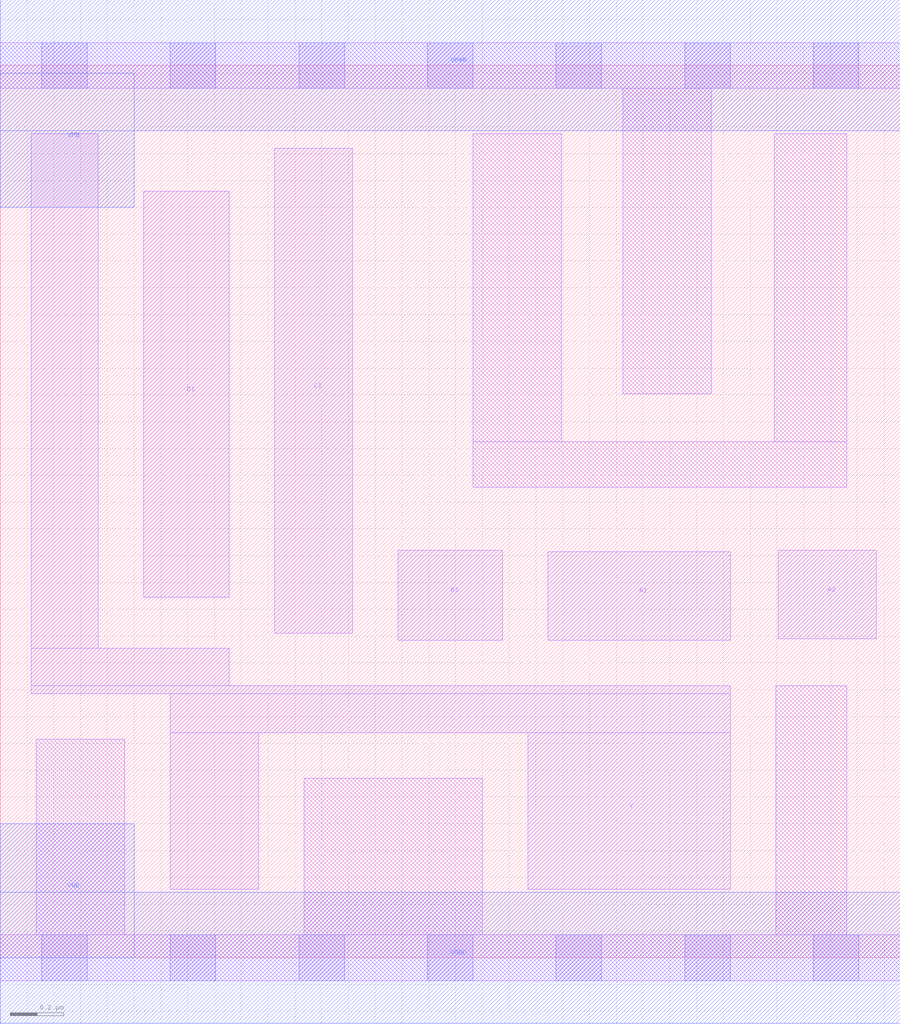
<source format=lef>
# Copyright 2020 The SkyWater PDK Authors
#
# Licensed under the Apache License, Version 2.0 (the "License");
# you may not use this file except in compliance with the License.
# You may obtain a copy of the License at
#
#     https://www.apache.org/licenses/LICENSE-2.0
#
# Unless required by applicable law or agreed to in writing, software
# distributed under the License is distributed on an "AS IS" BASIS,
# WITHOUT WARRANTIES OR CONDITIONS OF ANY KIND, either express or implied.
# See the License for the specific language governing permissions and
# limitations under the License.
#
# SPDX-License-Identifier: Apache-2.0

VERSION 5.5 ;
NAMESCASESENSITIVE ON ;
BUSBITCHARS "[]" ;
DIVIDERCHAR "/" ;
MACRO sky130_fd_sc_lp__a2111oi_1
  CLASS CORE ;
  SOURCE USER ;
  ORIGIN  0.000000  0.000000 ;
  SIZE  3.360000 BY  3.330000 ;
  SYMMETRY X Y R90 ;
  SITE unit ;
  PIN A1
    ANTENNAGATEAREA  0.315000 ;
    DIRECTION INPUT ;
    USE SIGNAL ;
    PORT
      LAYER li1 ;
        RECT 2.045000 1.185000 2.725000 1.515000 ;
    END
  END A1
  PIN A2
    ANTENNAGATEAREA  0.315000 ;
    DIRECTION INPUT ;
    USE SIGNAL ;
    PORT
      LAYER li1 ;
        RECT 2.905000 1.190000 3.270000 1.520000 ;
    END
  END A2
  PIN B1
    ANTENNAGATEAREA  0.315000 ;
    DIRECTION INPUT ;
    USE SIGNAL ;
    PORT
      LAYER li1 ;
        RECT 1.485000 1.185000 1.875000 1.520000 ;
    END
  END B1
  PIN C1
    ANTENNAGATEAREA  0.315000 ;
    DIRECTION INPUT ;
    USE SIGNAL ;
    PORT
      LAYER li1 ;
        RECT 1.025000 1.210000 1.315000 3.020000 ;
    END
  END C1
  PIN D1
    ANTENNAGATEAREA  0.315000 ;
    DIRECTION INPUT ;
    USE SIGNAL ;
    PORT
      LAYER li1 ;
        RECT 0.535000 1.345000 0.855000 2.860000 ;
    END
  END D1
  PIN Y
    ANTENNADIFFAREA  1.289400 ;
    DIRECTION OUTPUT ;
    USE SIGNAL ;
    PORT
      LAYER li1 ;
        RECT 0.115000 0.985000 2.725000 1.015000 ;
        RECT 0.115000 1.015000 0.855000 1.155000 ;
        RECT 0.115000 1.155000 0.365000 3.075000 ;
        RECT 0.635000 0.255000 0.965000 0.840000 ;
        RECT 0.635000 0.840000 2.725000 0.985000 ;
        RECT 1.970000 0.255000 2.725000 0.840000 ;
    END
  END Y
  PIN VGND
    DIRECTION INOUT ;
    USE GROUND ;
    PORT
      LAYER met1 ;
        RECT 0.000000 -0.245000 3.360000 0.245000 ;
    END
  END VGND
  PIN VNB
    DIRECTION INOUT ;
    USE GROUND ;
    PORT
      LAYER met1 ;
        RECT 0.000000 0.000000 0.500000 0.500000 ;
    END
  END VNB
  PIN VPB
    DIRECTION INOUT ;
    USE POWER ;
    PORT
      LAYER met1 ;
        RECT 0.000000 2.800000 0.500000 3.300000 ;
    END
  END VPB
  PIN VPWR
    DIRECTION INOUT ;
    USE POWER ;
    PORT
      LAYER met1 ;
        RECT 0.000000 3.085000 3.360000 3.575000 ;
    END
  END VPWR
  OBS
    LAYER li1 ;
      RECT 0.000000 -0.085000 3.360000 0.085000 ;
      RECT 0.000000  3.245000 3.360000 3.415000 ;
      RECT 0.135000  0.085000 0.465000 0.815000 ;
      RECT 1.135000  0.085000 1.800000 0.670000 ;
      RECT 1.765000  1.755000 3.160000 1.925000 ;
      RECT 1.765000  1.925000 2.095000 3.075000 ;
      RECT 2.325000  2.105000 2.655000 3.245000 ;
      RECT 2.890000  1.925000 3.160000 3.075000 ;
      RECT 2.895000  0.085000 3.160000 1.015000 ;
    LAYER mcon ;
      RECT 0.155000 -0.085000 0.325000 0.085000 ;
      RECT 0.155000  3.245000 0.325000 3.415000 ;
      RECT 0.635000 -0.085000 0.805000 0.085000 ;
      RECT 0.635000  3.245000 0.805000 3.415000 ;
      RECT 1.115000 -0.085000 1.285000 0.085000 ;
      RECT 1.115000  3.245000 1.285000 3.415000 ;
      RECT 1.595000 -0.085000 1.765000 0.085000 ;
      RECT 1.595000  3.245000 1.765000 3.415000 ;
      RECT 2.075000 -0.085000 2.245000 0.085000 ;
      RECT 2.075000  3.245000 2.245000 3.415000 ;
      RECT 2.555000 -0.085000 2.725000 0.085000 ;
      RECT 2.555000  3.245000 2.725000 3.415000 ;
      RECT 3.035000 -0.085000 3.205000 0.085000 ;
      RECT 3.035000  3.245000 3.205000 3.415000 ;
  END
END sky130_fd_sc_lp__a2111oi_1
END LIBRARY

</source>
